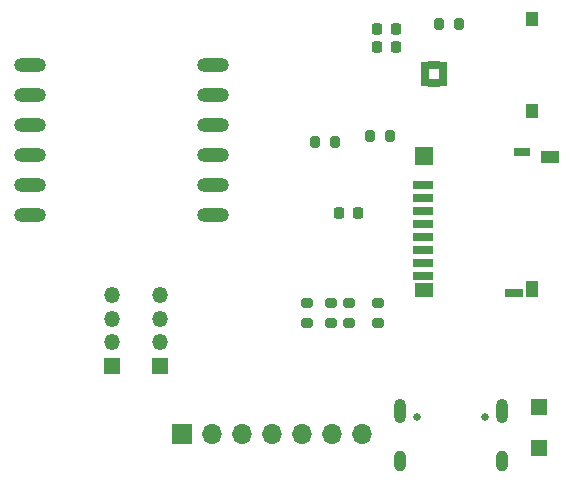
<source format=gbr>
%TF.GenerationSoftware,KiCad,Pcbnew,8.0.2*%
%TF.CreationDate,2025-04-11T11:55:07+07:00*%
%TF.ProjectId,wearable_device,77656172-6162-46c6-955f-646576696365,rev?*%
%TF.SameCoordinates,Original*%
%TF.FileFunction,Soldermask,Bot*%
%TF.FilePolarity,Negative*%
%FSLAX46Y46*%
G04 Gerber Fmt 4.6, Leading zero omitted, Abs format (unit mm)*
G04 Created by KiCad (PCBNEW 8.0.2) date 2025-04-11 11:55:07*
%MOMM*%
%LPD*%
G01*
G04 APERTURE LIST*
G04 Aperture macros list*
%AMRoundRect*
0 Rectangle with rounded corners*
0 $1 Rounding radius*
0 $2 $3 $4 $5 $6 $7 $8 $9 X,Y pos of 4 corners*
0 Add a 4 corners polygon primitive as box body*
4,1,4,$2,$3,$4,$5,$6,$7,$8,$9,$2,$3,0*
0 Add four circle primitives for the rounded corners*
1,1,$1+$1,$2,$3*
1,1,$1+$1,$4,$5*
1,1,$1+$1,$6,$7*
1,1,$1+$1,$8,$9*
0 Add four rect primitives between the rounded corners*
20,1,$1+$1,$2,$3,$4,$5,0*
20,1,$1+$1,$4,$5,$6,$7,0*
20,1,$1+$1,$6,$7,$8,$9,0*
20,1,$1+$1,$8,$9,$2,$3,0*%
G04 Aperture macros list end*
%ADD10R,1.350000X1.350000*%
%ADD11R,1.700000X1.700000*%
%ADD12O,1.700000X1.700000*%
%ADD13C,0.650000*%
%ADD14O,1.000000X2.100000*%
%ADD15O,1.000000X1.800000*%
%ADD16O,1.350000X1.350000*%
%ADD17RoundRect,0.225000X0.225000X0.250000X-0.225000X0.250000X-0.225000X-0.250000X0.225000X-0.250000X0*%
%ADD18RoundRect,0.200000X0.275000X-0.200000X0.275000X0.200000X-0.275000X0.200000X-0.275000X-0.200000X0*%
%ADD19R,1.750000X0.700000*%
%ADD20R,1.000000X1.450000*%
%ADD21R,1.550000X1.000000*%
%ADD22R,1.500000X0.800000*%
%ADD23R,1.500000X1.300000*%
%ADD24R,1.500000X1.500000*%
%ADD25R,1.400000X0.800000*%
%ADD26O,2.704000X1.204000*%
%ADD27R,1.000000X1.250000*%
%ADD28RoundRect,0.200000X0.200000X0.275000X-0.200000X0.275000X-0.200000X-0.275000X0.200000X-0.275000X0*%
%ADD29RoundRect,0.083100X0.243900X0.193900X-0.243900X0.193900X-0.243900X-0.193900X0.243900X-0.193900X0*%
%ADD30RoundRect,0.083100X0.193900X0.243900X-0.193900X0.243900X-0.193900X-0.243900X0.193900X-0.243900X0*%
%ADD31RoundRect,0.200000X-0.200000X-0.275000X0.200000X-0.275000X0.200000X0.275000X-0.200000X0.275000X0*%
G04 APERTURE END LIST*
D10*
%TO.C,J6*%
X225150000Y-95450000D03*
%TD*%
D11*
%TO.C,J5*%
X194875000Y-94250000D03*
D12*
X197415000Y-94250000D03*
X199955000Y-94250000D03*
X202495000Y-94250000D03*
X205035000Y-94250000D03*
X207575000Y-94250000D03*
X210115000Y-94250000D03*
%TD*%
D13*
%TO.C,P1*%
X214760000Y-92845000D03*
X220540000Y-92845000D03*
D14*
X213330000Y-92345000D03*
D15*
X213330000Y-96525000D03*
D14*
X221970000Y-92345000D03*
D15*
X221970000Y-96525000D03*
%TD*%
D10*
%TO.C,J3*%
X193000000Y-88500000D03*
D16*
X193000000Y-86500000D03*
X193000000Y-84500000D03*
X193000000Y-82500000D03*
%TD*%
D10*
%TO.C,J4*%
X188950000Y-88500000D03*
D16*
X188950000Y-86500000D03*
X188950000Y-84500000D03*
X188950000Y-82500000D03*
%TD*%
D10*
%TO.C,J2*%
X225150000Y-91950000D03*
%TD*%
D17*
%TO.C,C16*%
X213000000Y-60000000D03*
X211450000Y-60000000D03*
%TD*%
D18*
%TO.C,R12*%
X205500000Y-84825000D03*
X205500000Y-83175000D03*
%TD*%
%TO.C,R11*%
X211500000Y-84825000D03*
X211500000Y-83175000D03*
%TD*%
D19*
%TO.C,J1*%
X215275000Y-73175000D03*
X215275000Y-74275000D03*
X215275000Y-75375000D03*
X215275000Y-76475000D03*
X215275000Y-77575000D03*
X215275000Y-78675000D03*
X215275000Y-79775000D03*
X215275000Y-80875000D03*
D20*
X224500000Y-82000000D03*
D21*
X226075000Y-70775000D03*
D22*
X223000000Y-82325000D03*
D23*
X215400000Y-82075000D03*
D24*
X215400000Y-70725000D03*
D25*
X223650000Y-70375000D03*
%TD*%
D26*
%TO.C,U2*%
X197500000Y-63000000D03*
X197500000Y-65540000D03*
X197500000Y-68080000D03*
X197500000Y-70620000D03*
X197500000Y-73160000D03*
X197500000Y-75700000D03*
X182000000Y-75700000D03*
X182000000Y-73160000D03*
X182000000Y-70620000D03*
X182000000Y-68080000D03*
X182000000Y-65540000D03*
X182000000Y-63000000D03*
%TD*%
D27*
%TO.C,SW1*%
X224500000Y-66875000D03*
X224500000Y-59125000D03*
%TD*%
D28*
%TO.C,R9*%
X212500000Y-69000000D03*
X210850000Y-69000000D03*
%TD*%
D17*
%TO.C,C15*%
X213000000Y-61500000D03*
X211450000Y-61500000D03*
%TD*%
%TO.C,C17*%
X209775000Y-75500000D03*
X208225000Y-75500000D03*
%TD*%
D28*
%TO.C,R16*%
X218325000Y-59500000D03*
X216675000Y-59500000D03*
%TD*%
D18*
%TO.C,R1*%
X209000000Y-84825000D03*
X209000000Y-83175000D03*
%TD*%
%TO.C,R10*%
X207500000Y-84825000D03*
X207500000Y-83175000D03*
%TD*%
D29*
%TO.C,U5*%
X217030000Y-63000000D03*
X217030000Y-63500000D03*
X217030000Y-64000000D03*
X217030000Y-64500000D03*
D30*
X216530000Y-64515000D03*
X216015000Y-64515000D03*
D29*
X215500000Y-64500000D03*
X215500000Y-64000000D03*
X215500000Y-63500000D03*
X215500000Y-63000000D03*
D30*
X216015000Y-62985000D03*
X216515000Y-62985000D03*
%TD*%
D31*
%TO.C,R8*%
X206175000Y-69500000D03*
X207825000Y-69500000D03*
%TD*%
M02*

</source>
